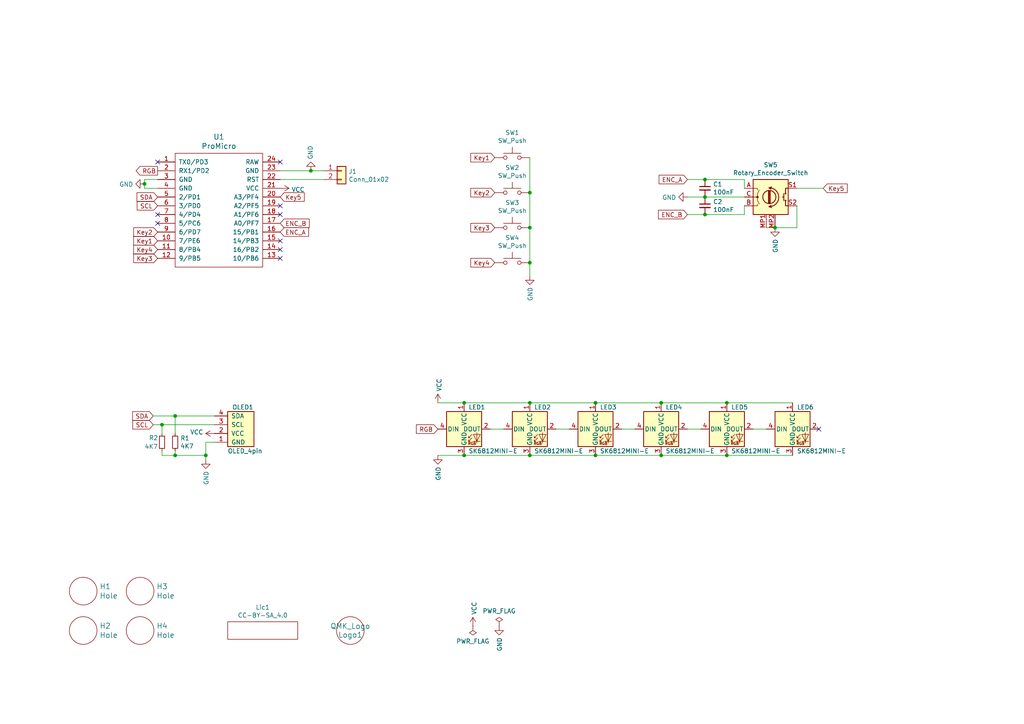
<source format=kicad_sch>
(kicad_sch (version 20211123) (generator eeschema)
  (paper "A4")
  (title_block (title "Little Big Scroll 4") (date "2022-01-28") (rev "v1.11") (company "Markus Knutsson <markus.knutsson@tweety.se>") (comment 1 "https://github.com/TweetyDaBird") (comment 2 "Licensed under Creative Commons Attribution-ShareAlike 4.0 International"))
  (lib_symbols
    (symbol "Connector_Generic:Conn_01x02" (pin_names (offset 1.016) hide)
      (property "Reference" "J" (at 0 2.54 0))
      (property "Value" "Conn_01x02" (at 0 -5.08 0))
      (symbol "Conn_01x02_1_1"
        (rectangle (start -1.27 -2.413) (end 0 -2.667) (stroke (width 0.1524)))
        (rectangle (start -1.27 0.127) (end 0 -0.127) (stroke (width 0.1524)))
        (rectangle (start -1.27 1.27) (end 1.27 -3.81) (stroke (width 0.254)) (fill (type background)))
        (pin passive line (at -5.08 0 0) (length 3.81) (name "Pin_1") (number "1"))
        (pin passive line (at -5.08 -2.54 0) (length 3.81) (name "Pin_2") (number "2"))
      )
    )
    (symbol "Device:C_Small" (pin_numbers hide) (pin_names (offset 0.254) hide)
      (property "Reference" "C" (at 0.254 1.778 0))
      (property "Value" "C_Small" (at 0.254 -2.032 0))
      (symbol "C_Small_0_1"
        (polyline (pts (xy -1.524 -0.508) (xy 1.524 -0.508)) (stroke (width 0.3302)))
        (polyline (pts (xy -1.524 0.508) (xy 1.524 0.508)) (stroke (width 0.3048)))
      )
      (symbol "C_Small_1_1"
        (pin passive line (at 0 2.54 270) (length 2.032) (name "~") (number "1"))
        (pin passive line (at 0 -2.54 90) (length 2.032) (name "~") (number "2"))
      )
    )
    (symbol "Device:R_Small" (pin_numbers hide) (pin_names (offset 0.254) hide)
      (property "Reference" "R" (at 0.762 0.508 0))
      (property "Value" "R_Small" (at 0.762 -1.016 0))
      (symbol "R_Small_0_1"
        (rectangle (start -0.762 1.778) (end 0.762 -1.778) (stroke (width 0.2032)))
      )
      (symbol "R_Small_1_1"
        (pin passive line (at 0 2.54 270) (length 0.762) (name "~") (number "1"))
        (pin passive line (at 0 -2.54 90) (length 0.762) (name "~") (number "2"))
      )
    )
    (symbol "Keyboard_Library:CC-BY-SA_4.0" (pin_names (offset 1.016))
      (property "Reference" "Lic" (at 0 1.27 0))
      (property "Value" "CC-BY-SA_4.0" (at 0 -1.27 0))
      (symbol "CC-BY-SA_4.0_0_1"
        (rectangle (start -10.16 2.54) (end 10.16 -2.54))
      )
    )
    (symbol "Keyboard_Library:Hole" (pin_names (offset 1.016))
      (property "Reference" "H" (at 0 -1.27 0))
      (property "Value" "Hole" (at 0 1.27 0))
      (symbol "Hole_0_1"
        (circle (center 0 0) (radius 4.0132))
      )
    )
    (symbol "Keyboard_Library:OLED_4pin" (pin_names (offset 1.016))
      (property "Reference" "OLED" (at 0 5.08 0))
      (property "Value" "OLED_4pin" (at 0 -7.62 0))
      (symbol "OLED_4pin_1_1"
        (rectangle (start -1.27 3.81) (end 6.35 -6.35) (stroke (width 0.254)) (fill (type background)))
        (pin passive line (at -5.08 2.54 0) (length 3.81) (name "GND") (number "1"))
        (pin passive line (at -5.08 0 0) (length 3.81) (name "VCC") (number "2"))
        (pin passive line (at -5.08 -2.54 0) (length 3.81) (name "SCL") (number "3"))
        (pin passive line (at -5.08 -5.08 0) (length 3.81) (name "SDA") (number "4"))
      )
    )
    (symbol "Keyboard_Library:QMK_Logo" (pin_names (offset 1.016))
      (property "Reference" "Logo" (at 0 -1.27 0))
      (property "Value" "QMK_Logo" (at 0 1.27 0))
      (symbol "QMK_Logo_0_1"
        (circle (center 0 0) (radius 4.0132))
      )
    )
    (symbol "Keyboard_Library:Rotary_Encoder_Switch_GND" (pin_names (offset 0.254) hide)
      (property "Reference" "SW" (at 0 6.604 0))
      (property "Value" "Rotary_Encoder_Switch_GND" (at 0 8.89 0))
      (symbol "Rotary_Encoder_Switch_GND_0_1"
        (rectangle (start -5.08 5.08) (end 5.08 -5.08) (stroke (width 0.254)) (fill (type background)))
        (circle (center -3.81 0) (radius 0.254) (fill (type outline)))
        (arc (start -0.381 -2.794) (mid 2.3622 -0.0635) (end -0.381 2.667) (stroke (width 0.254)))
        (circle (center -0.381 0) (radius 1.905) (stroke (width 0.254)))
        (polyline (pts (xy -0.635 -1.778) (xy -0.635 1.778)) (stroke (width 0.254)))
        (polyline (pts (xy -0.381 -1.778) (xy -0.381 1.778)) (stroke (width 0.254)))
        (polyline (pts (xy -0.127 1.778) (xy -0.127 -1.778)) (stroke (width 0.254)))
        (polyline (pts (xy 3.81 0) (xy 3.429 0)) (stroke (width 0.254)))
        (polyline (pts (xy 3.81 1.016) (xy 3.81 -1.016)) (stroke (width 0.254)))
        (polyline (pts (xy -5.08 -2.54) (xy -3.81 -2.54) (xy -3.81 -2.032)))
        (polyline (pts (xy -5.08 2.54) (xy -3.81 2.54) (xy -3.81 2.032)))
        (polyline (pts (xy 0.254 -3.048) (xy -0.508 -2.794) (xy 0.127 -2.413)) (stroke (width 0.254)))
        (polyline (pts (xy 0.254 2.921) (xy -0.508 2.667) (xy 0.127 2.286)) (stroke (width 0.254)))
        (polyline (pts (xy 5.08 -2.54) (xy 4.318 -2.54) (xy 4.318 -1.016)) (stroke (width 0.254)))
        (polyline (pts (xy 5.08 2.54) (xy 4.318 2.54) (xy 4.318 1.016)) (stroke (width 0.254)))
        (polyline (pts (xy -5.08 0) (xy -3.81 0) (xy -3.81 -1.016) (xy -3.302 -2.032)))
        (polyline (pts (xy -4.318 0) (xy -3.81 0) (xy -3.81 1.016) (xy -3.302 2.032)))
        (circle (center 4.318 -1.016) (radius 0.127) (stroke (width 0.254)))
        (circle (center 4.318 1.016) (radius 0.127) (stroke (width 0.254)))
      )
      (symbol "Rotary_Encoder_Switch_GND_1_1"
        (pin passive line (at -7.62 2.54 0) (length 2.54) (name "A") (number "A"))
        (pin passive line (at -7.62 -2.54 0) (length 2.54) (name "B") (number "B"))
        (pin passive line (at -7.62 0 0) (length 2.54) (name "C") (number "C"))
        (pin power_in line (at -1.27 -8.89 90) (length 3.7084) (name "GND") (number "MP1"))
        (pin power_in line (at 1.27 -8.89 90) (length 3.7592) (name "GND") (number "MP2"))
        (pin passive line (at 7.62 2.54 180) (length 2.54) (name "S1") (number "S1"))
        (pin passive line (at 7.62 -2.54 180) (length 2.54) (name "S2") (number "S2"))
      )
    )
    (symbol "Keyboard_Library:SK6812MINI-E" (pin_names (offset 0.254))
      (property "Reference" "LED" (at 5.08 5.715 0))
      (property "Value" "SK6812MINI-E" (at 1.27 -5.715 0))
      (symbol "SK6812MINI-E_0_0"
        (text "RGB" (at 2.286 -4.191 0) (effects (font (size 0.762 0.762))))
      )
      (symbol "SK6812MINI-E_0_1"
        (polyline (pts (xy 1.27 -3.556) (xy 1.778 -3.556)))
        (polyline (pts (xy 1.27 -2.54) (xy 1.778 -2.54)))
        (polyline (pts (xy 4.699 -3.556) (xy 2.667 -3.556)))
        (polyline (pts (xy 2.286 -2.54) (xy 1.27 -3.556) (xy 1.27 -3.048)))
        (polyline (pts (xy 2.286 -1.524) (xy 1.27 -2.54) (xy 1.27 -2.032)))
        (polyline (pts (xy 3.683 -1.016) (xy 3.683 -3.556) (xy 3.683 -4.064)))
        (polyline (pts (xy 4.699 -1.524) (xy 2.667 -1.524) (xy 3.683 -3.556) (xy 4.699 -1.524)))
        (rectangle (start 5.08 5.08) (end -5.08 -5.08) (stroke (width 0.254)) (fill (type background)))
      )
      (symbol "SK6812MINI-E_1_1"
        (pin power_in line (at 0 7.62 270) (length 2.54) (name "VCC") (number "1"))
        (pin output line (at 7.62 0 180) (length 2.54) (name "DOUT") (number "2"))
        (pin power_in line (at 0 -7.62 90) (length 2.54) (name "GND") (number "3"))
        (pin input line (at -7.62 0 0) (length 2.54) (name "DIN") (number "4"))
      )
    )
    (symbol "Switch:SW_Push" (pin_numbers hide) (pin_names (offset 1.016) hide)
      (property "Reference" "SW" (at 1.27 2.54 0))
      (property "Value" "SW_Push" (at 0 -1.524 0))
      (symbol "SW_Push_0_1"
        (circle (center -2.032 0) (radius 0.508))
        (polyline (pts (xy 0 1.27) (xy 0 3.048)))
        (polyline (pts (xy 2.54 1.27) (xy -2.54 1.27)))
        (circle (center 2.032 0) (radius 0.508))
        (pin passive line (at -5.08 0 0) (length 2.54) (name "1") (number "1"))
        (pin passive line (at 5.08 0 180) (length 2.54) (name "2") (number "2"))
      )
    )
    (symbol "keebio:ProMicro" (pin_names (offset 1.016))
      (property "Reference" "U" (at 0 0 0))
      (property "Value" "ProMicro" (at 0 -19.05 0))
      (symbol "ProMicro_0_1"
        (rectangle (start -12.7 -16.51) (end 12.7 16.51))
      )
      (symbol "ProMicro_1_1"
        (pin input line (at -17.78 13.97 0) (length 5.08) (name "TX0/PD3") (number "1"))
        (pin input line (at -17.78 -8.89 0) (length 5.08) (name "7/PE6") (number "10"))
        (pin input line (at -17.78 -11.43 0) (length 5.08) (name "8/PB4") (number "11"))
        (pin input line (at -17.78 -13.97 0) (length 5.08) (name "9/PB5") (number "12"))
        (pin input line (at 17.78 -13.97 180) (length 5.08) (name "10/PB6") (number "13"))
        (pin input line (at 17.78 -11.43 180) (length 5.08) (name "16/PB2") (number "14"))
        (pin input line (at 17.78 -8.89 180) (length 5.08) (name "14/PB3") (number "15"))
        (pin input line (at 17.78 -6.35 180) (length 5.08) (name "15/PB1") (number "16"))
        (pin input line (at 17.78 -3.81 180) (length 5.08) (name "A0/PF7") (number "17"))
        (pin input line (at 17.78 -1.27 180) (length 5.08) (name "A1/PF6") (number "18"))
        (pin input line (at 17.78 1.27 180) (length 5.08) (name "A2/PF5") (number "19"))
        (pin input line (at -17.78 11.43 0) (length 5.08) (name "RX1/PD2") (number "2"))
        (pin input line (at 17.78 3.81 180) (length 5.08) (name "A3/PF4") (number "20"))
        (pin input line (at 17.78 6.35 180) (length 5.08) (name "VCC") (number "21"))
        (pin input line (at 17.78 8.89 180) (length 5.08) (name "RST") (number "22"))
        (pin input line (at 17.78 11.43 180) (length 5.08) (name "GND") (number "23"))
        (pin input line (at 17.78 13.97 180) (length 5.08) (name "RAW") (number "24"))
        (pin input line (at -17.78 8.89 0) (length 5.08) (name "GND") (number "3"))
        (pin input line (at -17.78 6.35 0) (length 5.08) (name "GND") (number "4"))
        (pin input line (at -17.78 3.81 0) (length 5.08) (name "2/PD1") (number "5"))
        (pin input line (at -17.78 1.27 0) (length 5.08) (name "3/PD0") (number "6"))
        (pin input line (at -17.78 -1.27 0) (length 5.08) (name "4/PD4") (number "7"))
        (pin input line (at -17.78 -3.81 0) (length 5.08) (name "5/PC6") (number "8"))
        (pin input line (at -17.78 -6.35 0) (length 5.08) (name "6/PD7") (number "9"))
      )
    )
    (symbol "power:GND" (power) (pin_names (offset 0))
      (property "Value" "GND" (at 0 -3.81 0))
      (symbol "GND_0_1"
        (polyline (pts (xy 0 0) (xy 0 -1.27) (xy 1.27 -1.27) (xy 0 -2.54) (xy -1.27 -1.27) (xy 0 -1.27)))
      )
      (symbol "GND_1_1"
        (pin power_in line (at 0 0 270) (length 0) hide (name "GND") (number "1"))
      )
    )
    (symbol "power:PWR_FLAG" (power) (pin_numbers hide) (pin_names (offset 0) hide)
      (property "Value" "PWR_FLAG" (at 0 3.81 0))
      (symbol "PWR_FLAG_0_0"
        (pin power_out line (at 0 0 90) (length 0) (name "pwr") (number "1"))
      )
      (symbol "PWR_FLAG_0_1"
        (polyline (pts (xy 0 0) (xy 0 1.27) (xy -1.016 1.905) (xy 0 2.54) (xy 1.016 1.905) (xy 0 1.27)))
      )
    )
    (symbol "power:VCC" (power) (pin_names (offset 0))
      (property "Value" "VCC" (at 0 3.81 0))
      (symbol "VCC_0_1"
        (polyline (pts (xy -0.762 1.27) (xy 0 2.54)))
        (polyline (pts (xy 0 0) (xy 0 2.54)))
        (polyline (pts (xy 0 2.54) (xy 0.762 1.27)))
      )
      (symbol "VCC_1_1"
        (pin power_in line (at 0 0 90) (length 0) hide (name "VCC") (number "1"))
      )
    )
  )
  (junction (at 204.47 57.15))
  (junction (at 46.99 123.19))
  (junction (at 153.67 116.84))
  (junction (at 191.77 116.84))
  (junction (at 210.82 116.84))
  (junction (at 90.17 49.53))
  (junction (at 153.67 76.2))
  (junction (at 153.67 132.08))
  (junction (at 224.79 66.04))
  (junction (at 59.69 132.08))
  (junction (at 41.91 53.34))
  (junction (at 134.62 132.08))
  (junction (at 50.8 120.65))
  (junction (at 153.67 55.88))
  (junction (at 210.82 132.08))
  (junction (at 153.67 66.04))
  (junction (at 172.72 132.08))
  (junction (at 204.47 52.07))
  (junction (at 172.72 116.84))
  (junction (at 191.77 132.08))
  (junction (at 204.47 62.23))
  (junction (at 50.8 132.08))
  (junction (at 134.62 116.84))
  (no_connect (at 81.28 74.93))
  (no_connect (at 237.49 124.46))
  (no_connect (at 81.28 69.85))
  (no_connect (at 45.72 46.99))
  (no_connect (at 81.28 59.69))
  (no_connect (at 45.72 64.77))
  (no_connect (at 45.72 62.23))
  (no_connect (at 81.28 72.39))
  (no_connect (at 81.28 62.23))
  (no_connect (at 81.28 46.99))
  (wire (pts (xy 191.77 116.84) (xy 210.82 116.84)))
  (wire (pts (xy 41.91 52.07) (xy 41.91 53.34)))
  (wire (pts (xy 229.87 132.08) (xy 210.82 132.08)))
  (wire (pts (xy 59.69 128.27) (xy 62.23 128.27)))
  (wire (pts (xy 199.39 62.23) (xy 204.47 62.23)))
  (wire (pts (xy 231.14 59.69) (xy 231.14 66.04)))
  (wire (pts (xy 199.39 52.07) (xy 204.47 52.07)))
  (wire (pts (xy 90.17 49.53) (xy 81.28 49.53)))
  (wire (pts (xy 210.82 132.08) (xy 191.77 132.08)))
  (wire (pts (xy 41.91 53.34) (xy 41.91 54.61)))
  (wire (pts (xy 50.8 125.73) (xy 50.8 120.65)))
  (wire (pts (xy 153.67 132.08) (xy 172.72 132.08)))
  (wire (pts (xy 172.72 132.08) (xy 191.77 132.08)))
  (wire (pts (xy 215.9 54.61) (xy 215.9 52.07)))
  (wire (pts (xy 153.67 45.72) (xy 153.67 55.88)))
  (wire (pts (xy 59.69 128.27) (xy 59.69 132.08)))
  (wire (pts (xy 215.9 52.07) (xy 204.47 52.07)))
  (wire (pts (xy 172.72 116.84) (xy 153.67 116.84)))
  (wire (pts (xy 45.72 52.07) (xy 41.91 52.07)))
  (wire (pts (xy 46.99 123.19) (xy 62.23 123.19)))
  (wire (pts (xy 153.67 66.04) (xy 153.67 76.2)))
  (wire (pts (xy 134.62 116.84) (xy 127 116.84)))
  (wire (pts (xy 191.77 116.84) (xy 172.72 116.84)))
  (wire (pts (xy 44.45 123.19) (xy 46.99 123.19)))
  (wire (pts (xy 153.67 116.84) (xy 134.62 116.84)))
  (wire (pts (xy 215.9 59.69) (xy 215.9 62.23)))
  (wire (pts (xy 204.47 57.15) (xy 215.9 57.15)))
  (wire (pts (xy 153.67 55.88) (xy 153.67 66.04)))
  (wire (pts (xy 93.98 49.53) (xy 90.17 49.53)))
  (wire (pts (xy 224.79 66.04) (xy 222.25 66.04)))
  (wire (pts (xy 142.24 124.46) (xy 146.05 124.46)))
  (wire (pts (xy 199.39 124.46) (xy 203.2 124.46)))
  (wire (pts (xy 134.62 132.08) (xy 153.67 132.08)))
  (wire (pts (xy 46.99 125.73) (xy 46.99 123.19)))
  (wire (pts (xy 238.76 54.61) (xy 231.14 54.61)))
  (wire (pts (xy 127 132.08) (xy 134.62 132.08)))
  (wire (pts (xy 161.29 124.46) (xy 165.1 124.46)))
  (wire (pts (xy 41.91 54.61) (xy 45.72 54.61)))
  (wire (pts (xy 215.9 62.23) (xy 204.47 62.23)))
  (wire (pts (xy 62.23 120.65) (xy 50.8 120.65)))
  (wire (pts (xy 224.79 66.04) (xy 231.14 66.04)))
  (wire (pts (xy 184.15 124.46) (xy 180.34 124.46)))
  (wire (pts (xy 50.8 130.81) (xy 50.8 132.08)))
  (wire (pts (xy 59.69 133.35) (xy 59.69 132.08)))
  (wire (pts (xy 199.39 57.15) (xy 204.47 57.15)))
  (wire (pts (xy 153.67 76.2) (xy 153.67 80.01)))
  (wire (pts (xy 46.99 132.08) (xy 50.8 132.08)))
  (wire (pts (xy 46.99 130.81) (xy 46.99 132.08)))
  (wire (pts (xy 210.82 116.84) (xy 229.87 116.84)))
  (wire (pts (xy 218.44 124.46) (xy 222.25 124.46)))
  (wire (pts (xy 50.8 132.08) (xy 59.69 132.08)))
  (wire (pts (xy 50.8 120.65) (xy 44.45 120.65)))
  (wire (pts (xy 93.98 52.07) (xy 81.28 52.07)))
  (global_label "ENC_B" (shape input) (at 199.39 62.23 180) (property "Intersheet References" "${INTERSHEET_REFS}" (effects hide)))
  (global_label "Key3" (shape input) (at 45.72 74.93 180) (property "Intersheet References" "${INTERSHEET_REFS}" (effects hide)))
  (global_label "SDA" (shape input) (at 45.72 57.15 180) (property "Intersheet References" "${INTERSHEET_REFS}" (effects hide)))
  (global_label "Key4" (shape input) (at 143.51 76.2 180) (property "Intersheet References" "${INTERSHEET_REFS}" (effects hide)))
  (global_label "ENC_B" (shape input) (at 81.28 64.77 0) (property "Intersheet References" "${INTERSHEET_REFS}" (effects hide)))
  (global_label "Key2" (shape input) (at 143.51 55.88 180) (property "Intersheet References" "${INTERSHEET_REFS}" (effects hide)))
  (global_label "Key2" (shape input) (at 45.72 67.31 180) (property "Intersheet References" "${INTERSHEET_REFS}" (effects hide)))
  (global_label "Key3" (shape input) (at 143.51 66.04 180) (property "Intersheet References" "${INTERSHEET_REFS}" (effects hide)))
  (global_label "Key1" (shape input) (at 143.51 45.72 180) (property "Intersheet References" "${INTERSHEET_REFS}" (effects hide)))
  (global_label "SCL" (shape input) (at 45.72 59.69 180) (property "Intersheet References" "${INTERSHEET_REFS}" (effects hide)))
  (global_label "Key5" (shape input) (at 81.28 57.15 0) (property "Intersheet References" "${INTERSHEET_REFS}" (effects hide)))
  (global_label "Key1" (shape input) (at 45.72 69.85 180) (property "Intersheet References" "${INTERSHEET_REFS}" (effects hide)))
  (global_label "ENC_A" (shape input) (at 81.28 67.31 0) (property "Intersheet References" "${INTERSHEET_REFS}" (effects hide)))
  (global_label "SCL" (shape input) (at 44.45 123.19 180) (property "Intersheet References" "${INTERSHEET_REFS}" (effects hide)))
  (global_label "SDA" (shape input) (at 44.45 120.65 180) (property "Intersheet References" "${INTERSHEET_REFS}" (effects hide)))
  (global_label "RGB" (shape output) (at 45.72 49.53 180) (property "Intersheet References" "${INTERSHEET_REFS}" (effects hide)))
  (global_label "RGB" (shape input) (at 127 124.46 180) (property "Intersheet References" "${INTERSHEET_REFS}" (effects hide)))
  (global_label "Key5" (shape input) (at 238.76 54.61 0) (property "Intersheet References" "${INTERSHEET_REFS}" (effects hide)))
  (global_label "ENC_A" (shape input) (at 199.39 52.07 180) (property "Intersheet References" "${INTERSHEET_REFS}" (effects hide)))
  (global_label "Key4" (shape input) (at 45.72 72.39 180) (property "Intersheet References" "${INTERSHEET_REFS}" (effects hide)))
  (symbol (lib_id "Keyboard_Library:OLED_4pin") (at 67.31 125.73 0) (mirror x) (unit 1)
    (property "Reference" "OLED1" (at 67.31 118.11 0) (effects (justify left)))
    (property "Value" "OLED_4pin" (at 66.04 130.81 0) (effects (justify left)))
    (property "Footprint" "KiCad-SSD1306-0.91-OLED-4pin-128x32:SSD1306-0.91-OLED-4pin-128x32" (effects hide))
  )
  (symbol (lib_id "Keyboard_Library:SK6812MINI-E") (at 134.62 124.46 0) (unit 1)
    (property "Reference" "LED1" (at 135.89 118.11 0) (effects (justify left)))
    (property "Value" "SK6812MINI-E" (at 135.89 130.81 0) (effects (justify left)))
    (property "Footprint" "kicad-keyboard-parts:MX_SK6812MINI-E" (effects hide))
    (property "Datasheet" "https://cdn-shop.adafruit.com/product-files/2686/SK6812MINI_REV.01-1-2.pdf" (effects hide))
  )
  (symbol (lib_id "Keyboard_Library:SK6812MINI-E") (at 191.77 124.46 0) (unit 1)
    (property "Reference" "LED4" (at 193.04 118.11 0) (effects (justify left)))
    (property "Value" "SK6812MINI-E" (at 193.04 130.81 0) (effects (justify left)))
    (property "Footprint" "kicad-keyboard-parts:MX_SK6812MINI-E" (effects hide))
    (property "Datasheet" "https://cdn-shop.adafruit.com/product-files/2686/SK6812MINI_REV.01-1-2.pdf" (effects hide))
  )
  (symbol (lib_id "Keyboard_Library:SK6812MINI-E") (at 172.72 124.46 0) (unit 1)
    (property "Reference" "LED3" (at 173.99 118.11 0) (effects (justify left)))
    (property "Value" "SK6812MINI-E" (at 173.99 130.81 0) (effects (justify left)))
    (property "Footprint" "kicad-keyboard-parts:MX_SK6812MINI-E" (effects hide))
    (property "Datasheet" "https://cdn-shop.adafruit.com/product-files/2686/SK6812MINI_REV.01-1-2.pdf" (effects hide))
  )
  (symbol (lib_id "Keyboard_Library:SK6812MINI-E") (at 153.67 124.46 0) (unit 1)
    (property "Reference" "LED2" (at 154.94 118.11 0) (effects (justify left)))
    (property "Value" "SK6812MINI-E" (at 154.94 130.81 0) (effects (justify left)))
    (property "Footprint" "kicad-keyboard-parts:MX_SK6812MINI-E" (effects hide))
    (property "Datasheet" "https://cdn-shop.adafruit.com/product-files/2686/SK6812MINI_REV.01-1-2.pdf" (effects hide))
  )
  (symbol (lib_id "power:VCC") (at 127 116.84 0) (unit 1)
    (property "Reference" "#PWR0104" (effects hide))
    (property "Value" "VCC" (at 127.381 113.5888 90) (effects (justify left)))
  )
  (symbol (lib_id "power:GND") (at 127 132.08 0) (unit 1)
    (property "Reference" "#PWR0105" (effects hide))
    (property "Value" "GND" (at 127.127 135.3312 90) (effects (justify right)))
  )
  (symbol (lib_id "power:GND") (at 59.69 133.35 0) (unit 1)
    (property "Reference" "#PWR0106" (effects hide))
    (property "Value" "GND" (at 59.817 136.6012 90) (effects (justify right)))
  )
  (symbol (lib_id "power:VCC") (at 62.23 125.73 90) (unit 1)
    (property "Reference" "#PWR0107" (effects hide))
    (property "Value" "VCC" (at 58.9788 125.349 90) (effects (justify left)))
  )
  (symbol (lib_id "Device:C_Small") (at 204.47 59.69 0) (unit 1)
    (property "Reference" "C2" (at 206.8068 58.5216 0) (effects (justify left)))
    (property "Value" "100nF" (at 206.8068 60.833 0) (effects (justify left)))
    (property "Footprint" "Resistor_THT:R_Axial_DIN0204_L3.6mm_D1.6mm_P5.08mm_Horizontal" (effects hide))
  )
  (symbol (lib_id "Device:C_Small") (at 204.47 54.61 0) (unit 1)
    (property "Reference" "C1" (at 206.8068 53.4416 0) (effects (justify left)))
    (property "Value" "100nF" (at 206.8068 55.753 0) (effects (justify left)))
    (property "Footprint" "Resistor_THT:R_Axial_DIN0204_L3.6mm_D1.6mm_P5.08mm_Horizontal" (effects hide))
  )
  (symbol (lib_id "power:GND") (at 199.39 57.15 270) (unit 1)
    (property "Reference" "#PWR0108" (effects hide))
    (property "Value" "GND" (at 196.1388 57.277 90) (effects (justify right)))
  )
  (symbol (lib_id "Device:R_Small") (at 46.99 128.27 0) (mirror y) (unit 1)
    (property "Reference" "R2" (at 43.18 127 0) (effects (justify right)))
    (property "Value" "4K7" (at 41.91 129.54 0) (effects (justify right)))
    (property "Footprint" "Resistor_THT:R_Axial_DIN0207_L6.3mm_D2.5mm_P7.62mm_Horizontal" (effects hide))
  )
  (symbol (lib_id "Device:R_Small") (at 50.8 128.27 0) (unit 1)
    (property "Reference" "R1" (at 52.2986 127.1016 0) (effects (justify left)))
    (property "Value" "4K7" (at 52.2986 129.413 0) (effects (justify left)))
    (property "Footprint" "Resistor_THT:R_Axial_DIN0207_L6.3mm_D2.5mm_P7.62mm_Horizontal" (effects hide))
  )
  (symbol (lib_id "power:GND") (at 224.79 66.04 0) (unit 1)
    (property "Reference" "#PWR0109" (effects hide))
    (property "Value" "GND" (at 224.917 69.2912 90) (effects (justify right)))
  )
  (symbol (lib_id "Keyboard_Library:SK6812MINI-E") (at 210.82 124.46 0) (unit 1)
    (property "Reference" "LED5" (at 212.09 118.11 0) (effects (justify left)))
    (property "Value" "SK6812MINI-E" (at 212.09 130.81 0) (effects (justify left)))
    (property "Footprint" "kicad-keyboard-parts:MX_SK6812MINI-E" (effects hide))
    (property "Datasheet" "https://cdn-shop.adafruit.com/product-files/2686/SK6812MINI_REV.01-1-2.pdf" (effects hide))
  )
  (symbol (lib_id "Keyboard_Library:SK6812MINI-E") (at 229.87 124.46 0) (unit 1)
    (property "Reference" "LED6" (at 231.14 118.11 0) (effects (justify left)))
    (property "Value" "SK6812MINI-E" (at 231.14 130.81 0) (effects (justify left)))
    (property "Footprint" "kicad-keyboard-parts:MX_SK6812MINI-E" (effects hide))
    (property "Datasheet" "https://cdn-shop.adafruit.com/product-files/2686/SK6812MINI_REV.01-1-2.pdf" (effects hide))
  )
  (symbol (lib_id "power:PWR_FLAG") (at 144.78 181.61 0) (unit 1)
    (property "Reference" "#FLG0101" (effects hide))
    (property "Value" "PWR_FLAG" (at 144.78 177.2158 0))
  )
  (symbol (lib_id "power:GND") (at 144.78 181.61 0) (unit 1)
    (property "Reference" "#PWR0110" (effects hide))
    (property "Value" "GND" (at 144.907 184.8612 90) (effects (justify right)))
  )
  (symbol (lib_id "power:PWR_FLAG") (at 137.16 181.61 180) (unit 1)
    (property "Reference" "#FLG0102" (effects hide))
    (property "Value" "PWR_FLAG" (at 137.16 186.0042 0))
  )
  (symbol (lib_id "power:VCC") (at 137.16 181.61 0) (unit 1)
    (property "Reference" "#PWR0111" (effects hide))
    (property "Value" "VCC" (at 137.541 178.3588 90) (effects (justify left)))
  )
  (symbol (lib_id "Keyboard_Library:CC-BY-SA_4.0") (at 76.2 182.88 0) (unit 1)
    (property "Reference" "Lic1" (at 76.2 176.149 0))
    (property "Value" "CC-BY-SA_4.0" (at 76.2 178.4604 0))
    (property "Footprint" "Keyboard Library:CC_BY_SA_40" (effects hide))
  )
  (symbol (lib_id "Connector_Generic:Conn_01x02") (at 99.06 49.53 0) (unit 1)
    (property "Reference" "J1" (at 101.092 49.7332 0) (effects (justify left)))
    (property "Value" "Conn_01x02" (at 101.092 52.0446 0) (effects (justify left)))
    (property "Footprint" "Connector_PinHeader_2.54mm:PinHeader_1x02_P2.54mm_Vertical" (effects hide))
  )
  (symbol (lib_id "Keyboard_Library:QMK_Logo") (at 101.6 182.88 0) (unit 1)
    (property "Reference" "Logo1" (at 101.6 184.15 0) (effects (font (size 1.524 1.524))))
    (property "Value" "QMK_Logo" (at 101.6 181.61 0) (effects (font (size 1.524 1.524))))
    (property "Footprint" "QMK Logo:Powered_by_QMK" (effects hide))
  )
  (symbol (lib_id "keebio:ProMicro") (at 63.5 60.96 0) (unit 1)
    (property "Reference" "U1" (at 63.5 39.7002 0) (effects (font (size 1.524 1.524))))
    (property "Value" "ProMicro" (at 63.5 42.3926 0) (effects (font (size 1.524 1.524))))
    (property "Footprint" "Keebio-Parts:ArduinoProMicro-BackSide" (effects hide))
  )
  (symbol (lib_id "power:GND") (at 41.91 53.34 270) (unit 1)
    (property "Reference" "#PWR0101" (effects hide))
    (property "Value" "GND" (at 38.6588 53.467 90) (effects (justify right)))
  )
  (symbol (lib_id "power:GND") (at 90.17 49.53 180) (unit 1)
    (property "Reference" "#PWR0102" (effects hide))
    (property "Value" "GND" (at 90.043 46.2788 90) (effects (justify right)))
  )
  (symbol (lib_id "power:VCC") (at 81.28 54.61 270) (unit 1)
    (property "Reference" "#PWR0103" (effects hide))
    (property "Value" "VCC" (at 84.5312 54.991 90) (effects (justify left)))
  )
  (symbol (lib_id "Switch:SW_Push") (at 148.59 45.72 0) (mirror y) (unit 1)
    (property "Reference" "SW1" (at 148.59 38.481 0))
    (property "Value" "SW_Push" (at 148.59 40.7924 0))
    (property "Footprint" "keyswitches:Kailh_socket_MX_RGB" (effects hide))
  )
  (symbol (lib_id "Switch:SW_Push") (at 148.59 55.88 0) (mirror y) (unit 1)
    (property "Reference" "SW2" (at 148.59 48.641 0))
    (property "Value" "SW_Push" (at 148.59 50.9524 0))
    (property "Footprint" "keyswitches:Kailh_socket_MX_RGB" (effects hide))
  )
  (symbol (lib_id "Switch:SW_Push") (at 148.59 66.04 0) (mirror y) (unit 1)
    (property "Reference" "SW3" (at 148.59 58.801 0))
    (property "Value" "SW_Push" (at 148.59 61.1124 0))
    (property "Footprint" "keyswitches:Kailh_socket_MX_RGB" (effects hide))
  )
  (symbol (lib_id "Switch:SW_Push") (at 148.59 76.2 0) (mirror y) (unit 1)
    (property "Reference" "SW4" (at 148.59 68.961 0))
    (property "Value" "SW_Push" (at 148.59 71.2724 0))
    (property "Footprint" "keyswitches:Kailh_socket_MX_RGB" (effects hide))
  )
  (symbol (lib_id "Keyboard_Library:Rotary_Encoder_Switch_GND") (at 223.52 57.15 0) (unit 1)
    (property "Reference" "SW5" (at 223.52 47.8282 0))
    (property "Value" "Rotary_Encoder_Switch" (at 223.52 50.1396 0))
    (property "Footprint" "Keyboard Library:RotaryEncoder_Alps_EC11E-Switch_Vertical_H20mm" (effects hide))
  )
  (symbol (lib_id "Keyboard_Library:Hole") (at 24.13 182.88 0) (unit 1)
    (property "Reference" "H2" (at 28.8544 181.5338 0) (effects (font (size 1.524 1.524)) (justify left)))
    (property "Value" "Hole" (at 28.8544 184.2262 0) (effects (font (size 1.524 1.524)) (justify left)))
    (property "Footprint" "MountingHole:MountingHole_3.7mm" (effects hide))
  )
  (symbol (lib_id "Keyboard_Library:Hole") (at 40.64 182.88 0) (unit 1)
    (property "Reference" "H4" (at 45.3644 181.5338 0) (effects (font (size 1.524 1.524)) (justify left)))
    (property "Value" "Hole" (at 45.3644 184.2262 0) (effects (font (size 1.524 1.524)) (justify left)))
    (property "Footprint" "MountingHole:MountingHole_3.7mm" (effects hide))
  )
  (symbol (lib_id "Keyboard_Library:Hole") (at 40.64 171.45 0) (unit 1)
    (property "Reference" "H3" (at 45.3644 170.1038 0) (effects (font (size 1.524 1.524)) (justify left)))
    (property "Value" "Hole" (at 45.3644 172.7962 0) (effects (font (size 1.524 1.524)) (justify left)))
    (property "Footprint" "MountingHole:MountingHole_3.7mm" (effects hide))
  )
  (symbol (lib_id "Keyboard_Library:Hole") (at 24.13 171.45 0) (unit 1)
    (property "Reference" "H1" (at 28.8544 170.1038 0) (effects (font (size 1.524 1.524)) (justify left)))
    (property "Value" "Hole" (at 28.8544 172.7962 0) (effects (font (size 1.524 1.524)) (justify left)))
    (property "Footprint" "MountingHole:MountingHole_3.7mm" (effects hide))
  )
  (symbol (lib_id "power:GND") (at 153.67 80.01 0) (unit 1)
    (property "Reference" "#PWR0112" (effects hide))
    (property "Value" "GND" (at 153.797 83.2612 90) (effects (justify right)))
  )
)
</source>
